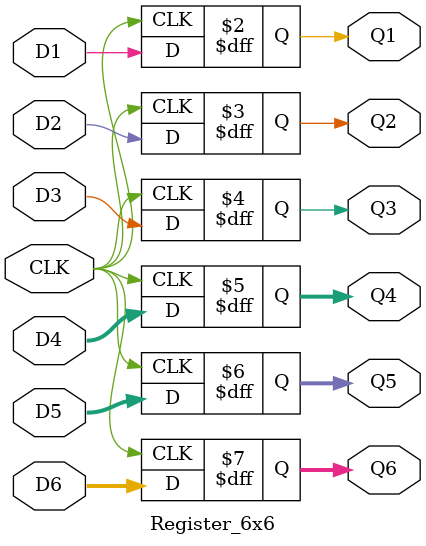
<source format=v>
`timescale 1ns / 1ps

module Register_6x6 #(parameter AWL = 6, DWL = 32, DEPTH = 2**AWL)
                     (input CLK,
                      input D1, D2, D3, 
                      input [DWL-1:0] D4, D5, 
                      input [AWL-2:0] D6,
                      output reg Q1, Q2, Q3, 
                      output reg [DWL-1:0] Q4, Q5, 
                      output reg [AWL-2:0] Q6);
    
    always @ (posedge CLK) begin
        Q1 <= D1;
        Q2 <= D2;
        Q3 <= D3;
        Q4 <= D4;
        Q5 <= D5;
        Q6 <= D6;
    end
    
endmodule

</source>
